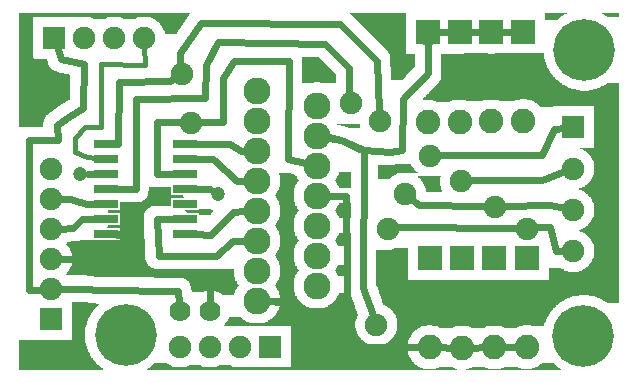
<source format=gtl>
G04 MADE WITH FRITZING*
G04 WWW.FRITZING.ORG*
G04 DOUBLE SIDED*
G04 HOLES PLATED*
G04 CONTOUR ON CENTER OF CONTOUR VECTOR*
%ASAXBY*%
%FSLAX23Y23*%
%MOIN*%
%OFA0B0*%
%SFA1.0B1.0*%
%ADD10C,0.075000*%
%ADD11C,0.090000*%
%ADD12C,0.082000*%
%ADD13C,0.070000*%
%ADD14C,0.205354*%
%ADD15C,0.047244*%
%ADD16R,0.075000X0.075000*%
%ADD17R,0.082000X0.082000*%
%ADD18R,0.080000X0.026000*%
%ADD19C,0.024000*%
%ADD20C,0.016000*%
%LNCOPPER1*%
G90*
G70*
G54D10*
X66Y970D03*
X1487Y1000D03*
G54D11*
X798Y936D03*
X998Y886D03*
X798Y836D03*
X998Y786D03*
X798Y736D03*
X998Y686D03*
X798Y636D03*
X998Y586D03*
X798Y536D03*
X998Y486D03*
X798Y436D03*
X998Y386D03*
X798Y336D03*
X998Y286D03*
X798Y236D03*
G54D10*
X1852Y814D03*
X1852Y676D03*
X1852Y539D03*
X1852Y401D03*
G54D12*
X1697Y378D03*
X1697Y80D03*
X1589Y378D03*
X1589Y80D03*
X1482Y377D03*
X1482Y79D03*
X1373Y378D03*
X1373Y80D03*
X1686Y1132D03*
X1686Y834D03*
X1579Y1132D03*
X1579Y834D03*
X1473Y1131D03*
X1473Y833D03*
X1367Y1129D03*
X1367Y831D03*
G54D10*
X841Y83D03*
X741Y83D03*
X641Y83D03*
X541Y83D03*
X122Y1112D03*
X222Y1112D03*
X322Y1112D03*
X422Y1112D03*
X112Y175D03*
X112Y275D03*
X112Y375D03*
X112Y475D03*
X112Y575D03*
X112Y675D03*
G54D13*
X641Y202D03*
X541Y202D03*
G54D14*
X1889Y1071D03*
X1886Y119D03*
X360Y121D03*
G54D10*
X1375Y719D03*
X1478Y634D03*
X1591Y547D03*
X1699Y475D03*
X1236Y476D03*
X1291Y593D03*
X1196Y156D03*
X1111Y894D03*
X1209Y836D03*
X579Y828D03*
X547Y993D03*
G54D15*
X667Y591D03*
X209Y657D03*
G54D16*
X1852Y814D03*
G54D17*
X1697Y379D03*
X1589Y379D03*
X1482Y378D03*
X1373Y379D03*
X1686Y1133D03*
X1579Y1133D03*
X1473Y1132D03*
X1367Y1130D03*
G54D16*
X841Y83D03*
X122Y1112D03*
X112Y175D03*
G54D18*
X557Y508D03*
X557Y558D03*
X557Y608D03*
X557Y658D03*
X557Y708D03*
X557Y758D03*
G54D19*
X1368Y994D02*
X1367Y1097D01*
D02*
X1282Y737D02*
X1286Y908D01*
D02*
X1241Y732D02*
X1282Y737D01*
D02*
X1286Y908D02*
X1368Y994D01*
D02*
X1154Y737D02*
X1241Y732D01*
D02*
X1077Y773D02*
X1154Y737D01*
D02*
X1038Y779D02*
X1077Y773D01*
D02*
X1399Y1130D02*
X1441Y1131D01*
D02*
X1505Y1131D02*
X1547Y1132D01*
D02*
X1611Y1132D02*
X1654Y1132D01*
D02*
X1621Y80D02*
X1665Y80D01*
D02*
X1514Y79D02*
X1557Y80D01*
D02*
X1405Y80D02*
X1450Y79D01*
D02*
X973Y80D02*
X1341Y80D01*
D02*
X877Y233D02*
X973Y80D01*
D02*
X839Y235D02*
X877Y233D01*
D02*
X976Y78D02*
X1100Y81D01*
D02*
X882Y236D02*
X976Y78D01*
D02*
X1100Y81D02*
X1094Y585D01*
D02*
X1094Y585D02*
X1039Y586D01*
D02*
X839Y236D02*
X882Y236D01*
D02*
X1748Y721D02*
X1399Y723D01*
D02*
X1788Y808D02*
X1748Y721D01*
D02*
X1824Y811D02*
X1788Y808D01*
D02*
X1748Y639D02*
X1502Y638D01*
D02*
X1825Y667D02*
X1748Y639D01*
D02*
X1774Y554D02*
X1615Y552D01*
D02*
X1824Y544D02*
X1774Y554D01*
D02*
X1774Y481D02*
X1723Y480D01*
D02*
X1794Y403D02*
X1774Y481D01*
D02*
X1824Y402D02*
X1794Y403D01*
D02*
X1260Y480D02*
X1666Y479D01*
D02*
X1339Y554D02*
X1309Y579D01*
D02*
X1558Y552D02*
X1339Y554D01*
D02*
X1151Y279D02*
X1156Y734D01*
D02*
X1079Y773D02*
X1038Y780D01*
D02*
X1156Y734D02*
X1079Y773D01*
D02*
X1183Y187D02*
X1151Y279D01*
D02*
X684Y833D02*
X604Y832D01*
D02*
X685Y979D02*
X684Y833D01*
D02*
X720Y1034D02*
X685Y979D01*
D02*
X905Y1034D02*
X720Y1034D01*
D02*
X902Y707D02*
X905Y1034D01*
D02*
X957Y695D02*
X902Y707D01*
D02*
X542Y1063D02*
X542Y1025D01*
D02*
X611Y1163D02*
X542Y1063D01*
D02*
X1076Y1159D02*
X611Y1163D01*
D02*
X1198Y1036D02*
X1076Y1159D01*
D02*
X1204Y869D02*
X1198Y1036D01*
D02*
X744Y734D02*
X756Y735D01*
D02*
X707Y759D02*
X744Y734D01*
D02*
X591Y758D02*
X707Y759D01*
D02*
X732Y636D02*
X756Y636D01*
D02*
X650Y707D02*
X732Y636D01*
D02*
X591Y708D02*
X650Y707D01*
D02*
X465Y831D02*
X546Y832D01*
D02*
X465Y658D02*
X465Y831D01*
D02*
X522Y658D02*
X465Y658D01*
D02*
X717Y533D02*
X756Y535D01*
D02*
X645Y456D02*
X717Y533D01*
D02*
X591Y457D02*
X645Y456D01*
D02*
X465Y507D02*
X522Y508D01*
D02*
X662Y385D02*
X470Y386D01*
D02*
X717Y435D02*
X662Y385D01*
D02*
X470Y386D02*
X465Y507D01*
D02*
X756Y435D02*
X717Y435D01*
D02*
X640Y608D02*
X642Y607D01*
D02*
X591Y608D02*
X640Y608D01*
D02*
X393Y608D02*
X330Y608D01*
D02*
X396Y907D02*
X393Y608D01*
D02*
X623Y910D02*
X396Y907D01*
D02*
X628Y1023D02*
X623Y910D01*
D02*
X667Y1097D02*
X628Y1023D01*
D02*
X1025Y1092D02*
X667Y1097D01*
D02*
X1104Y1013D02*
X1025Y1092D01*
D02*
X1106Y927D02*
X1104Y1013D01*
D02*
X639Y327D02*
X640Y228D01*
D02*
X394Y331D02*
X639Y327D01*
D02*
X391Y455D02*
X394Y331D01*
D02*
X330Y457D02*
X391Y455D01*
D02*
X274Y270D02*
X220Y275D01*
D02*
X220Y275D02*
X141Y275D01*
D02*
X534Y268D02*
X274Y270D01*
D02*
X538Y228D02*
X534Y268D01*
D02*
X396Y379D02*
X393Y453D01*
D02*
X393Y453D02*
X330Y456D01*
D02*
X141Y375D02*
X396Y379D01*
D02*
X186Y478D02*
X215Y507D01*
D02*
X215Y507D02*
X261Y508D01*
D02*
X141Y476D02*
X186Y478D01*
D02*
X173Y576D02*
X230Y558D01*
D02*
X230Y558D02*
X261Y558D01*
D02*
X141Y575D02*
X173Y576D01*
D02*
X131Y821D02*
X133Y771D01*
D02*
X220Y1024D02*
X217Y878D01*
D02*
X144Y1042D02*
X220Y1024D01*
D02*
X217Y878D02*
X174Y853D01*
D02*
X174Y853D02*
X131Y821D01*
D02*
X133Y771D02*
X37Y771D01*
D02*
X38Y270D02*
X84Y273D01*
D02*
X37Y771D02*
X38Y270D01*
D02*
X131Y1085D02*
X144Y1042D01*
D02*
X261Y658D02*
X236Y658D01*
G54D20*
D02*
X190Y778D02*
X224Y816D01*
D02*
X277Y816D02*
X279Y1024D01*
D02*
X224Y816D02*
X277Y816D01*
D02*
X424Y1021D02*
X422Y1089D01*
D02*
X279Y1024D02*
X424Y1021D01*
D02*
X190Y732D02*
X190Y778D01*
D02*
X232Y714D02*
X190Y732D01*
D02*
X261Y711D02*
X232Y714D01*
G54D19*
D02*
X334Y759D02*
X338Y964D01*
D02*
X338Y964D02*
X507Y967D01*
D02*
X507Y967D02*
X521Y978D01*
D02*
X330Y759D02*
X334Y759D01*
G36*
X4Y1196D02*
X4Y1182D01*
X438Y1182D01*
X438Y1180D01*
X444Y1180D01*
X444Y1178D01*
X450Y1178D01*
X450Y1176D01*
X454Y1176D01*
X454Y1174D01*
X458Y1174D01*
X458Y1172D01*
X460Y1172D01*
X460Y1170D01*
X462Y1170D01*
X462Y1168D01*
X466Y1168D01*
X466Y1166D01*
X468Y1166D01*
X468Y1164D01*
X470Y1164D01*
X470Y1162D01*
X472Y1162D01*
X472Y1160D01*
X474Y1160D01*
X474Y1158D01*
X476Y1158D01*
X476Y1156D01*
X478Y1156D01*
X478Y1152D01*
X480Y1152D01*
X480Y1150D01*
X482Y1150D01*
X482Y1146D01*
X484Y1146D01*
X484Y1142D01*
X486Y1142D01*
X486Y1138D01*
X488Y1138D01*
X488Y1134D01*
X490Y1134D01*
X490Y1126D01*
X530Y1126D01*
X530Y1128D01*
X532Y1128D01*
X532Y1132D01*
X534Y1132D01*
X534Y1134D01*
X536Y1134D01*
X536Y1138D01*
X538Y1138D01*
X538Y1140D01*
X540Y1140D01*
X540Y1144D01*
X542Y1144D01*
X542Y1146D01*
X544Y1146D01*
X544Y1150D01*
X546Y1150D01*
X546Y1152D01*
X548Y1152D01*
X548Y1154D01*
X550Y1154D01*
X550Y1158D01*
X552Y1158D01*
X552Y1160D01*
X554Y1160D01*
X554Y1164D01*
X556Y1164D01*
X556Y1166D01*
X558Y1166D01*
X558Y1170D01*
X560Y1170D01*
X560Y1172D01*
X562Y1172D01*
X562Y1176D01*
X564Y1176D01*
X564Y1178D01*
X566Y1178D01*
X566Y1182D01*
X568Y1182D01*
X568Y1184D01*
X570Y1184D01*
X570Y1186D01*
X572Y1186D01*
X572Y1190D01*
X574Y1190D01*
X574Y1192D01*
X576Y1192D01*
X576Y1194D01*
X578Y1194D01*
X578Y1196D01*
X4Y1196D01*
G37*
D02*
G36*
X4Y1182D02*
X4Y814D01*
X86Y814D01*
X86Y832D01*
X88Y832D01*
X88Y840D01*
X90Y840D01*
X90Y846D01*
X92Y846D01*
X92Y848D01*
X94Y848D01*
X94Y852D01*
X96Y852D01*
X96Y854D01*
X98Y854D01*
X98Y856D01*
X100Y856D01*
X100Y858D01*
X104Y858D01*
X104Y860D01*
X106Y860D01*
X106Y862D01*
X108Y862D01*
X108Y864D01*
X112Y864D01*
X112Y866D01*
X114Y866D01*
X114Y868D01*
X118Y868D01*
X118Y870D01*
X120Y870D01*
X120Y872D01*
X122Y872D01*
X122Y874D01*
X126Y874D01*
X126Y876D01*
X128Y876D01*
X128Y878D01*
X130Y878D01*
X130Y880D01*
X134Y880D01*
X134Y882D01*
X136Y882D01*
X136Y884D01*
X138Y884D01*
X138Y886D01*
X142Y886D01*
X142Y888D01*
X144Y888D01*
X144Y890D01*
X148Y890D01*
X148Y892D01*
X150Y892D01*
X150Y894D01*
X154Y894D01*
X154Y896D01*
X158Y896D01*
X158Y898D01*
X160Y898D01*
X160Y900D01*
X164Y900D01*
X164Y902D01*
X168Y902D01*
X168Y904D01*
X172Y904D01*
X172Y906D01*
X174Y906D01*
X174Y988D01*
X170Y988D01*
X170Y990D01*
X162Y990D01*
X162Y992D01*
X154Y992D01*
X154Y994D01*
X146Y994D01*
X146Y996D01*
X138Y996D01*
X138Y998D01*
X130Y998D01*
X130Y1000D01*
X124Y1000D01*
X124Y1002D01*
X120Y1002D01*
X120Y1004D01*
X116Y1004D01*
X116Y1006D01*
X114Y1006D01*
X114Y1008D01*
X112Y1008D01*
X112Y1010D01*
X110Y1010D01*
X110Y1012D01*
X108Y1012D01*
X108Y1014D01*
X106Y1014D01*
X106Y1018D01*
X104Y1018D01*
X104Y1022D01*
X102Y1022D01*
X102Y1028D01*
X100Y1028D01*
X100Y1034D01*
X98Y1034D01*
X98Y1040D01*
X96Y1040D01*
X96Y1042D01*
X54Y1042D01*
X54Y1044D01*
X52Y1044D01*
X52Y1182D01*
X4Y1182D01*
G37*
D02*
G36*
X238Y1182D02*
X238Y1180D01*
X244Y1180D01*
X244Y1178D01*
X250Y1178D01*
X250Y1176D01*
X294Y1176D01*
X294Y1178D01*
X298Y1178D01*
X298Y1180D01*
X306Y1180D01*
X306Y1182D01*
X238Y1182D01*
G37*
D02*
G36*
X338Y1182D02*
X338Y1180D01*
X344Y1180D01*
X344Y1178D01*
X350Y1178D01*
X350Y1176D01*
X394Y1176D01*
X394Y1178D01*
X398Y1178D01*
X398Y1180D01*
X406Y1180D01*
X406Y1182D01*
X338Y1182D01*
G37*
D02*
G36*
X1106Y1196D02*
X1106Y1194D01*
X1108Y1194D01*
X1108Y1192D01*
X1110Y1192D01*
X1110Y1190D01*
X1112Y1190D01*
X1112Y1188D01*
X1114Y1188D01*
X1114Y1186D01*
X1116Y1186D01*
X1116Y1184D01*
X1118Y1184D01*
X1118Y1182D01*
X1120Y1182D01*
X1120Y1180D01*
X1122Y1180D01*
X1122Y1178D01*
X1124Y1178D01*
X1124Y1176D01*
X1126Y1176D01*
X1126Y1174D01*
X1128Y1174D01*
X1128Y1172D01*
X1130Y1172D01*
X1130Y1170D01*
X1132Y1170D01*
X1132Y1168D01*
X1134Y1168D01*
X1134Y1166D01*
X1136Y1166D01*
X1136Y1164D01*
X1138Y1164D01*
X1138Y1162D01*
X1140Y1162D01*
X1140Y1160D01*
X1142Y1160D01*
X1142Y1158D01*
X1144Y1158D01*
X1144Y1156D01*
X1146Y1156D01*
X1146Y1154D01*
X1148Y1154D01*
X1148Y1152D01*
X1150Y1152D01*
X1150Y1150D01*
X1152Y1150D01*
X1152Y1148D01*
X1154Y1148D01*
X1154Y1146D01*
X1156Y1146D01*
X1156Y1144D01*
X1158Y1144D01*
X1158Y1142D01*
X1160Y1142D01*
X1160Y1140D01*
X1162Y1140D01*
X1162Y1138D01*
X1164Y1138D01*
X1164Y1136D01*
X1166Y1136D01*
X1166Y1134D01*
X1168Y1134D01*
X1168Y1132D01*
X1170Y1132D01*
X1170Y1130D01*
X1172Y1130D01*
X1172Y1128D01*
X1174Y1128D01*
X1174Y1126D01*
X1176Y1126D01*
X1176Y1124D01*
X1178Y1124D01*
X1178Y1122D01*
X1180Y1122D01*
X1180Y1120D01*
X1182Y1120D01*
X1182Y1118D01*
X1184Y1118D01*
X1184Y1116D01*
X1186Y1116D01*
X1186Y1114D01*
X1188Y1114D01*
X1188Y1112D01*
X1190Y1112D01*
X1190Y1110D01*
X1192Y1110D01*
X1192Y1108D01*
X1194Y1108D01*
X1194Y1106D01*
X1196Y1106D01*
X1196Y1104D01*
X1198Y1104D01*
X1198Y1102D01*
X1200Y1102D01*
X1200Y1100D01*
X1202Y1100D01*
X1202Y1098D01*
X1204Y1098D01*
X1204Y1096D01*
X1206Y1096D01*
X1206Y1094D01*
X1208Y1094D01*
X1208Y1092D01*
X1210Y1092D01*
X1210Y1090D01*
X1212Y1090D01*
X1212Y1088D01*
X1214Y1088D01*
X1214Y1086D01*
X1216Y1086D01*
X1216Y1084D01*
X1218Y1084D01*
X1218Y1082D01*
X1220Y1082D01*
X1220Y1080D01*
X1222Y1080D01*
X1222Y1078D01*
X1224Y1078D01*
X1224Y1076D01*
X1226Y1076D01*
X1226Y1074D01*
X1228Y1074D01*
X1228Y1072D01*
X1230Y1072D01*
X1230Y1070D01*
X1232Y1070D01*
X1232Y1068D01*
X1234Y1068D01*
X1234Y1066D01*
X1236Y1066D01*
X1236Y1062D01*
X1238Y1062D01*
X1238Y1058D01*
X1240Y1058D01*
X1240Y1052D01*
X1242Y1052D01*
X1242Y1016D01*
X1244Y1016D01*
X1244Y972D01*
X1284Y972D01*
X1284Y974D01*
X1286Y974D01*
X1286Y976D01*
X1288Y976D01*
X1288Y978D01*
X1290Y978D01*
X1290Y980D01*
X1292Y980D01*
X1292Y982D01*
X1294Y982D01*
X1294Y984D01*
X1296Y984D01*
X1296Y988D01*
X1298Y988D01*
X1298Y990D01*
X1300Y990D01*
X1300Y992D01*
X1302Y992D01*
X1302Y994D01*
X1304Y994D01*
X1304Y996D01*
X1306Y996D01*
X1306Y998D01*
X1308Y998D01*
X1308Y1000D01*
X1310Y1000D01*
X1310Y1002D01*
X1312Y1002D01*
X1312Y1004D01*
X1314Y1004D01*
X1314Y1006D01*
X1316Y1006D01*
X1316Y1008D01*
X1318Y1008D01*
X1318Y1010D01*
X1320Y1010D01*
X1320Y1012D01*
X1322Y1012D01*
X1322Y1014D01*
X1324Y1014D01*
X1324Y1058D01*
X1294Y1058D01*
X1294Y1196D01*
X1106Y1196D01*
G37*
D02*
G36*
X1758Y1196D02*
X1758Y1170D01*
X1798Y1170D01*
X1798Y1172D01*
X1800Y1172D01*
X1800Y1174D01*
X1802Y1174D01*
X1802Y1176D01*
X1804Y1176D01*
X1804Y1178D01*
X1808Y1178D01*
X1808Y1180D01*
X1810Y1180D01*
X1810Y1182D01*
X1812Y1182D01*
X1812Y1184D01*
X1816Y1184D01*
X1816Y1186D01*
X1818Y1186D01*
X1818Y1188D01*
X1822Y1188D01*
X1822Y1190D01*
X1826Y1190D01*
X1826Y1192D01*
X1830Y1192D01*
X1830Y1194D01*
X1834Y1194D01*
X1834Y1196D01*
X1758Y1196D01*
G37*
D02*
G36*
X1944Y1196D02*
X1944Y1194D01*
X1948Y1194D01*
X1948Y1192D01*
X1952Y1192D01*
X1952Y1190D01*
X1956Y1190D01*
X1956Y1188D01*
X1958Y1188D01*
X1958Y1186D01*
X1962Y1186D01*
X1962Y1184D01*
X1964Y1184D01*
X1964Y1182D01*
X2006Y1182D01*
X2006Y1196D01*
X1944Y1196D01*
G37*
D02*
G36*
X948Y1048D02*
X948Y964D01*
X1008Y964D01*
X1008Y962D01*
X1020Y962D01*
X1020Y960D01*
X1062Y960D01*
X1062Y968D01*
X1060Y968D01*
X1060Y992D01*
X1058Y992D01*
X1058Y994D01*
X1056Y994D01*
X1056Y996D01*
X1054Y996D01*
X1054Y998D01*
X1052Y998D01*
X1052Y1000D01*
X1050Y1000D01*
X1050Y1002D01*
X1048Y1002D01*
X1048Y1004D01*
X1046Y1004D01*
X1046Y1006D01*
X1044Y1006D01*
X1044Y1008D01*
X1042Y1008D01*
X1042Y1010D01*
X1040Y1010D01*
X1040Y1012D01*
X1038Y1012D01*
X1038Y1014D01*
X1036Y1014D01*
X1036Y1016D01*
X1034Y1016D01*
X1034Y1018D01*
X1032Y1018D01*
X1032Y1020D01*
X1030Y1020D01*
X1030Y1022D01*
X1028Y1022D01*
X1028Y1024D01*
X1026Y1024D01*
X1026Y1026D01*
X1024Y1026D01*
X1024Y1028D01*
X1022Y1028D01*
X1022Y1030D01*
X1020Y1030D01*
X1020Y1032D01*
X1018Y1032D01*
X1018Y1034D01*
X1016Y1034D01*
X1016Y1036D01*
X1014Y1036D01*
X1014Y1038D01*
X1012Y1038D01*
X1012Y1040D01*
X1010Y1040D01*
X1010Y1042D01*
X1008Y1042D01*
X1008Y1044D01*
X1006Y1044D01*
X1006Y1046D01*
X1004Y1046D01*
X1004Y1048D01*
X948Y1048D01*
G37*
D02*
G36*
X948Y964D02*
X948Y962D01*
X988Y962D01*
X988Y964D01*
X948Y964D01*
G37*
D02*
G36*
X1066Y824D02*
X1066Y822D01*
X1068Y822D01*
X1068Y820D01*
X1078Y820D01*
X1078Y818D01*
X1090Y818D01*
X1090Y816D01*
X1098Y816D01*
X1098Y814D01*
X1102Y814D01*
X1102Y812D01*
X1142Y812D01*
X1142Y816D01*
X1140Y816D01*
X1140Y824D01*
X1066Y824D01*
G37*
D02*
G36*
X1258Y690D02*
X1258Y688D01*
X1200Y688D01*
X1200Y640D01*
X1240Y640D01*
X1240Y642D01*
X1242Y642D01*
X1242Y644D01*
X1244Y644D01*
X1244Y646D01*
X1246Y646D01*
X1246Y648D01*
X1248Y648D01*
X1248Y650D01*
X1252Y650D01*
X1252Y652D01*
X1254Y652D01*
X1254Y654D01*
X1258Y654D01*
X1258Y656D01*
X1262Y656D01*
X1262Y658D01*
X1266Y658D01*
X1266Y660D01*
X1272Y660D01*
X1272Y662D01*
X1334Y662D01*
X1334Y664D01*
X1330Y664D01*
X1330Y666D01*
X1328Y666D01*
X1328Y668D01*
X1326Y668D01*
X1326Y670D01*
X1324Y670D01*
X1324Y672D01*
X1322Y672D01*
X1322Y674D01*
X1320Y674D01*
X1320Y678D01*
X1318Y678D01*
X1318Y680D01*
X1316Y680D01*
X1316Y682D01*
X1314Y682D01*
X1314Y686D01*
X1312Y686D01*
X1312Y690D01*
X1258Y690D01*
G37*
D02*
G36*
X1072Y666D02*
X1072Y660D01*
X1070Y660D01*
X1070Y656D01*
X1068Y656D01*
X1068Y652D01*
X1066Y652D01*
X1066Y648D01*
X1064Y648D01*
X1064Y644D01*
X1062Y644D01*
X1062Y642D01*
X1060Y642D01*
X1060Y638D01*
X1058Y638D01*
X1058Y634D01*
X1060Y634D01*
X1060Y630D01*
X1062Y630D01*
X1062Y628D01*
X1064Y628D01*
X1064Y624D01*
X1066Y624D01*
X1066Y622D01*
X1068Y622D01*
X1068Y618D01*
X1070Y618D01*
X1070Y612D01*
X1110Y612D01*
X1110Y614D01*
X1112Y614D01*
X1112Y666D01*
X1072Y666D01*
G37*
D02*
G36*
X1334Y650D02*
X1334Y648D01*
X1336Y648D01*
X1336Y646D01*
X1338Y646D01*
X1338Y644D01*
X1340Y644D01*
X1340Y642D01*
X1342Y642D01*
X1342Y640D01*
X1344Y640D01*
X1344Y638D01*
X1346Y638D01*
X1346Y636D01*
X1348Y636D01*
X1348Y632D01*
X1350Y632D01*
X1350Y630D01*
X1352Y630D01*
X1352Y626D01*
X1354Y626D01*
X1354Y622D01*
X1356Y622D01*
X1356Y618D01*
X1358Y618D01*
X1358Y612D01*
X1360Y612D01*
X1360Y598D01*
X1416Y598D01*
X1416Y602D01*
X1414Y602D01*
X1414Y606D01*
X1412Y606D01*
X1412Y612D01*
X1410Y612D01*
X1410Y618D01*
X1408Y618D01*
X1408Y648D01*
X1410Y648D01*
X1410Y650D01*
X1334Y650D01*
G37*
D02*
G36*
X438Y614D02*
X438Y600D01*
X436Y600D01*
X436Y590D01*
X434Y590D01*
X434Y584D01*
X432Y584D01*
X432Y582D01*
X430Y582D01*
X430Y578D01*
X428Y578D01*
X428Y576D01*
X426Y576D01*
X426Y574D01*
X424Y574D01*
X424Y572D01*
X422Y572D01*
X422Y570D01*
X418Y570D01*
X418Y568D01*
X414Y568D01*
X414Y566D01*
X406Y566D01*
X406Y564D01*
X342Y564D01*
X342Y538D01*
X302Y538D01*
X302Y534D01*
X300Y534D01*
X300Y532D01*
X302Y532D01*
X302Y528D01*
X342Y528D01*
X342Y488D01*
X302Y488D01*
X302Y484D01*
X300Y484D01*
X300Y480D01*
X298Y480D01*
X298Y478D01*
X342Y478D01*
X342Y438D01*
X208Y438D01*
X208Y436D01*
X202Y436D01*
X202Y434D01*
X178Y434D01*
X178Y432D01*
X166Y432D01*
X166Y430D01*
X164Y430D01*
X164Y426D01*
X162Y426D01*
X162Y422D01*
X164Y422D01*
X164Y420D01*
X166Y420D01*
X166Y418D01*
X168Y418D01*
X168Y416D01*
X170Y416D01*
X170Y412D01*
X172Y412D01*
X172Y410D01*
X174Y410D01*
X174Y406D01*
X176Y406D01*
X176Y402D01*
X178Y402D01*
X178Y396D01*
X180Y396D01*
X180Y388D01*
X182Y388D01*
X182Y362D01*
X180Y362D01*
X180Y352D01*
X178Y352D01*
X178Y348D01*
X176Y348D01*
X176Y344D01*
X174Y344D01*
X174Y340D01*
X610Y340D01*
X610Y342D01*
X456Y342D01*
X456Y344D01*
X448Y344D01*
X448Y346D01*
X444Y346D01*
X444Y348D01*
X442Y348D01*
X442Y350D01*
X438Y350D01*
X438Y352D01*
X436Y352D01*
X436Y354D01*
X434Y354D01*
X434Y358D01*
X432Y358D01*
X432Y360D01*
X430Y360D01*
X430Y364D01*
X428Y364D01*
X428Y370D01*
X426Y370D01*
X426Y394D01*
X424Y394D01*
X424Y442D01*
X422Y442D01*
X422Y492D01*
X420Y492D01*
X420Y520D01*
X422Y520D01*
X422Y528D01*
X424Y528D01*
X424Y532D01*
X426Y532D01*
X426Y534D01*
X428Y534D01*
X428Y538D01*
X430Y538D01*
X430Y540D01*
X432Y540D01*
X432Y542D01*
X434Y542D01*
X434Y544D01*
X438Y544D01*
X438Y546D01*
X440Y546D01*
X440Y548D01*
X444Y548D01*
X444Y550D01*
X454Y550D01*
X454Y552D01*
X510Y552D01*
X510Y578D01*
X554Y578D01*
X554Y580D01*
X552Y580D01*
X552Y584D01*
X550Y584D01*
X550Y588D01*
X510Y588D01*
X510Y614D01*
X438Y614D01*
G37*
D02*
G36*
X674Y342D02*
X674Y340D01*
X720Y340D01*
X720Y342D01*
X674Y342D01*
G37*
D02*
G36*
X172Y340D02*
X172Y338D01*
X720Y338D01*
X720Y340D01*
X172Y340D01*
G37*
D02*
G36*
X172Y340D02*
X172Y338D01*
X720Y338D01*
X720Y340D01*
X172Y340D01*
G37*
D02*
G36*
X172Y338D02*
X172Y336D01*
X170Y336D01*
X170Y334D01*
X168Y334D01*
X168Y332D01*
X166Y332D01*
X166Y330D01*
X164Y330D01*
X164Y326D01*
X162Y326D01*
X162Y322D01*
X164Y322D01*
X164Y320D01*
X230Y320D01*
X230Y318D01*
X254Y318D01*
X254Y316D01*
X276Y316D01*
X276Y314D01*
X454Y314D01*
X454Y312D01*
X552Y312D01*
X552Y310D01*
X556Y310D01*
X556Y308D01*
X560Y308D01*
X560Y306D01*
X564Y306D01*
X564Y304D01*
X566Y304D01*
X566Y302D01*
X568Y302D01*
X568Y300D01*
X570Y300D01*
X570Y298D01*
X572Y298D01*
X572Y294D01*
X574Y294D01*
X574Y290D01*
X576Y290D01*
X576Y286D01*
X578Y286D01*
X578Y272D01*
X580Y272D01*
X580Y268D01*
X660Y268D01*
X660Y266D01*
X666Y266D01*
X666Y264D01*
X670Y264D01*
X670Y262D01*
X674Y262D01*
X674Y260D01*
X678Y260D01*
X678Y258D01*
X680Y258D01*
X680Y256D01*
X682Y256D01*
X682Y254D01*
X722Y254D01*
X722Y260D01*
X724Y260D01*
X724Y264D01*
X726Y264D01*
X726Y270D01*
X728Y270D01*
X728Y274D01*
X730Y274D01*
X730Y276D01*
X732Y276D01*
X732Y280D01*
X734Y280D01*
X734Y282D01*
X736Y282D01*
X736Y284D01*
X738Y284D01*
X738Y288D01*
X736Y288D01*
X736Y290D01*
X734Y290D01*
X734Y292D01*
X732Y292D01*
X732Y296D01*
X730Y296D01*
X730Y300D01*
X728Y300D01*
X728Y302D01*
X726Y302D01*
X726Y308D01*
X724Y308D01*
X724Y314D01*
X722Y314D01*
X722Y322D01*
X720Y322D01*
X720Y338D01*
X172Y338D01*
G37*
D02*
G36*
X580Y268D02*
X580Y266D01*
X622Y266D01*
X622Y268D01*
X580Y268D01*
G37*
D02*
G36*
X1070Y560D02*
X1070Y556D01*
X1068Y556D01*
X1068Y552D01*
X1066Y552D01*
X1066Y548D01*
X1064Y548D01*
X1064Y544D01*
X1062Y544D01*
X1062Y542D01*
X1060Y542D01*
X1060Y538D01*
X1058Y538D01*
X1058Y534D01*
X1060Y534D01*
X1060Y530D01*
X1062Y530D01*
X1062Y528D01*
X1064Y528D01*
X1064Y524D01*
X1066Y524D01*
X1066Y522D01*
X1068Y522D01*
X1068Y518D01*
X1070Y518D01*
X1070Y512D01*
X1110Y512D01*
X1110Y560D01*
X1070Y560D01*
G37*
D02*
G36*
X604Y540D02*
X604Y538D01*
X558Y538D01*
X558Y536D01*
X560Y536D01*
X560Y534D01*
X562Y534D01*
X562Y530D01*
X564Y530D01*
X564Y528D01*
X604Y528D01*
X604Y522D01*
X644Y522D01*
X644Y526D01*
X646Y526D01*
X646Y528D01*
X648Y528D01*
X648Y530D01*
X650Y530D01*
X650Y532D01*
X652Y532D01*
X652Y534D01*
X654Y534D01*
X654Y536D01*
X650Y536D01*
X650Y538D01*
X644Y538D01*
X644Y540D01*
X604Y540D01*
G37*
D02*
G36*
X1070Y460D02*
X1070Y456D01*
X1068Y456D01*
X1068Y452D01*
X1066Y452D01*
X1066Y448D01*
X1064Y448D01*
X1064Y444D01*
X1062Y444D01*
X1062Y442D01*
X1060Y442D01*
X1060Y438D01*
X1058Y438D01*
X1058Y434D01*
X1060Y434D01*
X1060Y430D01*
X1062Y430D01*
X1062Y428D01*
X1064Y428D01*
X1064Y424D01*
X1066Y424D01*
X1066Y422D01*
X1068Y422D01*
X1068Y418D01*
X1108Y418D01*
X1108Y436D01*
X1110Y436D01*
X1110Y460D01*
X1070Y460D01*
G37*
D02*
G36*
X1068Y356D02*
X1068Y352D01*
X1066Y352D01*
X1066Y348D01*
X1064Y348D01*
X1064Y344D01*
X1062Y344D01*
X1062Y342D01*
X1060Y342D01*
X1060Y338D01*
X1058Y338D01*
X1058Y334D01*
X1060Y334D01*
X1060Y330D01*
X1062Y330D01*
X1062Y328D01*
X1064Y328D01*
X1064Y324D01*
X1066Y324D01*
X1066Y322D01*
X1068Y322D01*
X1068Y318D01*
X1108Y318D01*
X1108Y356D01*
X1068Y356D01*
G37*
D02*
G36*
X182Y230D02*
X182Y106D01*
X4Y106D01*
X4Y4D01*
X290Y4D01*
X290Y6D01*
X286Y6D01*
X286Y8D01*
X284Y8D01*
X284Y10D01*
X282Y10D01*
X282Y12D01*
X278Y12D01*
X278Y14D01*
X276Y14D01*
X276Y16D01*
X274Y16D01*
X274Y18D01*
X272Y18D01*
X272Y20D01*
X270Y20D01*
X270Y22D01*
X266Y22D01*
X266Y24D01*
X264Y24D01*
X264Y26D01*
X262Y26D01*
X262Y28D01*
X260Y28D01*
X260Y32D01*
X258Y32D01*
X258Y34D01*
X256Y34D01*
X256Y36D01*
X254Y36D01*
X254Y38D01*
X252Y38D01*
X252Y40D01*
X250Y40D01*
X250Y44D01*
X248Y44D01*
X248Y46D01*
X246Y46D01*
X246Y50D01*
X244Y50D01*
X244Y52D01*
X242Y52D01*
X242Y56D01*
X240Y56D01*
X240Y60D01*
X238Y60D01*
X238Y64D01*
X236Y64D01*
X236Y68D01*
X234Y68D01*
X234Y74D01*
X232Y74D01*
X232Y78D01*
X230Y78D01*
X230Y86D01*
X228Y86D01*
X228Y94D01*
X226Y94D01*
X226Y148D01*
X228Y148D01*
X228Y156D01*
X230Y156D01*
X230Y162D01*
X232Y162D01*
X232Y168D01*
X234Y168D01*
X234Y174D01*
X236Y174D01*
X236Y178D01*
X238Y178D01*
X238Y182D01*
X240Y182D01*
X240Y186D01*
X242Y186D01*
X242Y188D01*
X244Y188D01*
X244Y192D01*
X246Y192D01*
X246Y196D01*
X248Y196D01*
X248Y198D01*
X250Y198D01*
X250Y200D01*
X252Y200D01*
X252Y204D01*
X254Y204D01*
X254Y206D01*
X256Y206D01*
X256Y208D01*
X258Y208D01*
X258Y210D01*
X260Y210D01*
X260Y212D01*
X262Y212D01*
X262Y214D01*
X264Y214D01*
X264Y216D01*
X266Y216D01*
X266Y218D01*
X268Y218D01*
X268Y220D01*
X270Y220D01*
X270Y222D01*
X272Y222D01*
X272Y224D01*
X274Y224D01*
X274Y226D01*
X260Y226D01*
X260Y228D01*
X236Y228D01*
X236Y230D01*
X182Y230D01*
G37*
D02*
G36*
X1488Y1060D02*
X1488Y1058D01*
X1568Y1058D01*
X1568Y1060D01*
X1488Y1060D01*
G37*
D02*
G36*
X1590Y1060D02*
X1590Y1058D01*
X1754Y1058D01*
X1754Y1060D01*
X1590Y1060D01*
G37*
D02*
G36*
X1412Y1058D02*
X1412Y1056D01*
X1754Y1056D01*
X1754Y1058D01*
X1412Y1058D01*
G37*
D02*
G36*
X1412Y1058D02*
X1412Y1056D01*
X1754Y1056D01*
X1754Y1058D01*
X1412Y1058D01*
G37*
D02*
G36*
X1412Y1056D02*
X1412Y978D01*
X1410Y978D01*
X1410Y972D01*
X1408Y972D01*
X1408Y968D01*
X1406Y968D01*
X1406Y966D01*
X1404Y966D01*
X1404Y962D01*
X1402Y962D01*
X1402Y960D01*
X1400Y960D01*
X1400Y958D01*
X1398Y958D01*
X1398Y956D01*
X1396Y956D01*
X1396Y954D01*
X1394Y954D01*
X1394Y952D01*
X1392Y952D01*
X1392Y950D01*
X1390Y950D01*
X1390Y948D01*
X1388Y948D01*
X1388Y946D01*
X1386Y946D01*
X1386Y944D01*
X1384Y944D01*
X1384Y942D01*
X1382Y942D01*
X1382Y940D01*
X1380Y940D01*
X1380Y938D01*
X1378Y938D01*
X1378Y936D01*
X1874Y936D01*
X1874Y938D01*
X1860Y938D01*
X1860Y940D01*
X1852Y940D01*
X1852Y942D01*
X1846Y942D01*
X1846Y944D01*
X1840Y944D01*
X1840Y946D01*
X1836Y946D01*
X1836Y948D01*
X1830Y948D01*
X1830Y950D01*
X1826Y950D01*
X1826Y952D01*
X1824Y952D01*
X1824Y954D01*
X1820Y954D01*
X1820Y956D01*
X1816Y956D01*
X1816Y958D01*
X1814Y958D01*
X1814Y960D01*
X1810Y960D01*
X1810Y962D01*
X1808Y962D01*
X1808Y964D01*
X1806Y964D01*
X1806Y966D01*
X1804Y966D01*
X1804Y968D01*
X1800Y968D01*
X1800Y970D01*
X1798Y970D01*
X1798Y972D01*
X1796Y972D01*
X1796Y974D01*
X1794Y974D01*
X1794Y976D01*
X1792Y976D01*
X1792Y978D01*
X1790Y978D01*
X1790Y980D01*
X1788Y980D01*
X1788Y982D01*
X1786Y982D01*
X1786Y986D01*
X1784Y986D01*
X1784Y988D01*
X1782Y988D01*
X1782Y990D01*
X1780Y990D01*
X1780Y992D01*
X1778Y992D01*
X1778Y996D01*
X1776Y996D01*
X1776Y998D01*
X1774Y998D01*
X1774Y1002D01*
X1772Y1002D01*
X1772Y1004D01*
X1770Y1004D01*
X1770Y1008D01*
X1768Y1008D01*
X1768Y1012D01*
X1766Y1012D01*
X1766Y1016D01*
X1764Y1016D01*
X1764Y1022D01*
X1762Y1022D01*
X1762Y1026D01*
X1760Y1026D01*
X1760Y1032D01*
X1758Y1032D01*
X1758Y1040D01*
X1756Y1040D01*
X1756Y1050D01*
X1754Y1050D01*
X1754Y1056D01*
X1412Y1056D01*
G37*
D02*
G36*
X1966Y962D02*
X1966Y960D01*
X1964Y960D01*
X1964Y958D01*
X1960Y958D01*
X1960Y956D01*
X1958Y956D01*
X1958Y954D01*
X1954Y954D01*
X1954Y952D01*
X1950Y952D01*
X1950Y950D01*
X1946Y950D01*
X1946Y948D01*
X1942Y948D01*
X1942Y946D01*
X1938Y946D01*
X1938Y944D01*
X1932Y944D01*
X1932Y942D01*
X1926Y942D01*
X1926Y940D01*
X1918Y940D01*
X1918Y938D01*
X1904Y938D01*
X1904Y936D01*
X2006Y936D01*
X2006Y962D01*
X1966Y962D01*
G37*
D02*
G36*
X1376Y936D02*
X1376Y934D01*
X2006Y934D01*
X2006Y936D01*
X1376Y936D01*
G37*
D02*
G36*
X1376Y936D02*
X1376Y934D01*
X2006Y934D01*
X2006Y936D01*
X1376Y936D01*
G37*
D02*
G36*
X1374Y934D02*
X1374Y930D01*
X1372Y930D01*
X1372Y928D01*
X1370Y928D01*
X1370Y926D01*
X1368Y926D01*
X1368Y924D01*
X1366Y924D01*
X1366Y922D01*
X1364Y922D01*
X1364Y920D01*
X1362Y920D01*
X1362Y918D01*
X1360Y918D01*
X1360Y916D01*
X1358Y916D01*
X1358Y914D01*
X1356Y914D01*
X1356Y912D01*
X1354Y912D01*
X1354Y910D01*
X1352Y910D01*
X1352Y908D01*
X1698Y908D01*
X1698Y906D01*
X1708Y906D01*
X1708Y904D01*
X1714Y904D01*
X1714Y902D01*
X1718Y902D01*
X1718Y900D01*
X1722Y900D01*
X1722Y898D01*
X1724Y898D01*
X1724Y896D01*
X1728Y896D01*
X1728Y894D01*
X1730Y894D01*
X1730Y892D01*
X1732Y892D01*
X1732Y890D01*
X1734Y890D01*
X1734Y888D01*
X1738Y888D01*
X1738Y884D01*
X1922Y884D01*
X1922Y744D01*
X1876Y744D01*
X1876Y742D01*
X1880Y742D01*
X1880Y740D01*
X1884Y740D01*
X1884Y738D01*
X1888Y738D01*
X1888Y736D01*
X1890Y736D01*
X1890Y734D01*
X1894Y734D01*
X1894Y732D01*
X1896Y732D01*
X1896Y730D01*
X1898Y730D01*
X1898Y728D01*
X1900Y728D01*
X1900Y726D01*
X1902Y726D01*
X1902Y724D01*
X1904Y724D01*
X1904Y722D01*
X1906Y722D01*
X1906Y720D01*
X1908Y720D01*
X1908Y718D01*
X1910Y718D01*
X1910Y714D01*
X1912Y714D01*
X1912Y712D01*
X1914Y712D01*
X1914Y708D01*
X1916Y708D01*
X1916Y704D01*
X1918Y704D01*
X1918Y700D01*
X1920Y700D01*
X1920Y692D01*
X1922Y692D01*
X1922Y660D01*
X1920Y660D01*
X1920Y654D01*
X1918Y654D01*
X1918Y648D01*
X1916Y648D01*
X1916Y644D01*
X1914Y644D01*
X1914Y642D01*
X1912Y642D01*
X1912Y638D01*
X1910Y638D01*
X1910Y636D01*
X1908Y636D01*
X1908Y632D01*
X1906Y632D01*
X1906Y630D01*
X1904Y630D01*
X1904Y628D01*
X1902Y628D01*
X1902Y626D01*
X1900Y626D01*
X1900Y624D01*
X1898Y624D01*
X1898Y622D01*
X1896Y622D01*
X1896Y620D01*
X1892Y620D01*
X1892Y618D01*
X1890Y618D01*
X1890Y616D01*
X1886Y616D01*
X1886Y614D01*
X1882Y614D01*
X1882Y612D01*
X1878Y612D01*
X1878Y610D01*
X1872Y610D01*
X1872Y608D01*
X1870Y608D01*
X1870Y606D01*
X1876Y606D01*
X1876Y604D01*
X1880Y604D01*
X1880Y602D01*
X1884Y602D01*
X1884Y600D01*
X1888Y600D01*
X1888Y598D01*
X1892Y598D01*
X1892Y596D01*
X1894Y596D01*
X1894Y594D01*
X1896Y594D01*
X1896Y592D01*
X1898Y592D01*
X1898Y590D01*
X1900Y590D01*
X1900Y588D01*
X1902Y588D01*
X1902Y586D01*
X1904Y586D01*
X1904Y584D01*
X1906Y584D01*
X1906Y582D01*
X1908Y582D01*
X1908Y580D01*
X1910Y580D01*
X1910Y576D01*
X1912Y576D01*
X1912Y574D01*
X1914Y574D01*
X1914Y570D01*
X1916Y570D01*
X1916Y566D01*
X1918Y566D01*
X1918Y562D01*
X1920Y562D01*
X1920Y554D01*
X1922Y554D01*
X1922Y522D01*
X1920Y522D01*
X1920Y516D01*
X1918Y516D01*
X1918Y510D01*
X1916Y510D01*
X1916Y506D01*
X1914Y506D01*
X1914Y504D01*
X1912Y504D01*
X1912Y500D01*
X1910Y500D01*
X1910Y498D01*
X1908Y498D01*
X1908Y496D01*
X1906Y496D01*
X1906Y492D01*
X1904Y492D01*
X1904Y490D01*
X1902Y490D01*
X1902Y488D01*
X1900Y488D01*
X1900Y486D01*
X1898Y486D01*
X1898Y484D01*
X1894Y484D01*
X1894Y482D01*
X1892Y482D01*
X1892Y480D01*
X1890Y480D01*
X1890Y478D01*
X1886Y478D01*
X1886Y476D01*
X1882Y476D01*
X1882Y474D01*
X1878Y474D01*
X1878Y472D01*
X1872Y472D01*
X1872Y470D01*
X1870Y470D01*
X1870Y468D01*
X1876Y468D01*
X1876Y466D01*
X1882Y466D01*
X1882Y464D01*
X1884Y464D01*
X1884Y462D01*
X1888Y462D01*
X1888Y460D01*
X1892Y460D01*
X1892Y458D01*
X1894Y458D01*
X1894Y456D01*
X1896Y456D01*
X1896Y454D01*
X1898Y454D01*
X1898Y452D01*
X1900Y452D01*
X1900Y450D01*
X1902Y450D01*
X1902Y448D01*
X1904Y448D01*
X1904Y446D01*
X1906Y446D01*
X1906Y444D01*
X1908Y444D01*
X1908Y442D01*
X1910Y442D01*
X1910Y440D01*
X1912Y440D01*
X1912Y436D01*
X1914Y436D01*
X1914Y432D01*
X1916Y432D01*
X1916Y428D01*
X1918Y428D01*
X1918Y424D01*
X1920Y424D01*
X1920Y416D01*
X1922Y416D01*
X1922Y386D01*
X1920Y386D01*
X1920Y378D01*
X1918Y378D01*
X1918Y374D01*
X1916Y374D01*
X1916Y370D01*
X1914Y370D01*
X1914Y366D01*
X1912Y366D01*
X1912Y362D01*
X1910Y362D01*
X1910Y360D01*
X1908Y360D01*
X1908Y358D01*
X1906Y358D01*
X1906Y354D01*
X1904Y354D01*
X1904Y352D01*
X1902Y352D01*
X1902Y350D01*
X1900Y350D01*
X1900Y348D01*
X1896Y348D01*
X1896Y346D01*
X1894Y346D01*
X1894Y344D01*
X1892Y344D01*
X1892Y342D01*
X1888Y342D01*
X1888Y340D01*
X1886Y340D01*
X1886Y338D01*
X1882Y338D01*
X1882Y336D01*
X1878Y336D01*
X1878Y334D01*
X1872Y334D01*
X1872Y332D01*
X2006Y332D01*
X2006Y934D01*
X1374Y934D01*
G37*
D02*
G36*
X1350Y908D02*
X1350Y906D01*
X1600Y906D01*
X1600Y904D01*
X1606Y904D01*
X1606Y902D01*
X1610Y902D01*
X1610Y900D01*
X1654Y900D01*
X1654Y902D01*
X1658Y902D01*
X1658Y904D01*
X1664Y904D01*
X1664Y906D01*
X1674Y906D01*
X1674Y908D01*
X1350Y908D01*
G37*
D02*
G36*
X1348Y906D02*
X1348Y904D01*
X1384Y904D01*
X1384Y902D01*
X1390Y902D01*
X1390Y900D01*
X1396Y900D01*
X1396Y898D01*
X1440Y898D01*
X1440Y900D01*
X1444Y900D01*
X1444Y902D01*
X1448Y902D01*
X1448Y904D01*
X1456Y904D01*
X1456Y906D01*
X1348Y906D01*
G37*
D02*
G36*
X1490Y906D02*
X1490Y904D01*
X1496Y904D01*
X1496Y902D01*
X1502Y902D01*
X1502Y900D01*
X1548Y900D01*
X1548Y902D01*
X1552Y902D01*
X1552Y904D01*
X1558Y904D01*
X1558Y906D01*
X1490Y906D01*
G37*
D02*
G36*
X1740Y884D02*
X1740Y882D01*
X1742Y882D01*
X1742Y880D01*
X1782Y880D01*
X1782Y882D01*
X1784Y882D01*
X1784Y884D01*
X1740Y884D01*
G37*
D02*
G36*
X872Y660D02*
X872Y656D01*
X874Y656D01*
X874Y616D01*
X872Y616D01*
X872Y610D01*
X870Y610D01*
X870Y606D01*
X868Y606D01*
X868Y602D01*
X866Y602D01*
X866Y598D01*
X864Y598D01*
X864Y594D01*
X862Y594D01*
X862Y592D01*
X860Y592D01*
X860Y588D01*
X858Y588D01*
X858Y584D01*
X860Y584D01*
X860Y580D01*
X862Y580D01*
X862Y578D01*
X864Y578D01*
X864Y574D01*
X866Y574D01*
X866Y572D01*
X868Y572D01*
X868Y568D01*
X870Y568D01*
X870Y562D01*
X872Y562D01*
X872Y556D01*
X874Y556D01*
X874Y516D01*
X872Y516D01*
X872Y510D01*
X870Y510D01*
X870Y506D01*
X868Y506D01*
X868Y502D01*
X866Y502D01*
X866Y498D01*
X864Y498D01*
X864Y494D01*
X862Y494D01*
X862Y492D01*
X860Y492D01*
X860Y488D01*
X858Y488D01*
X858Y484D01*
X860Y484D01*
X860Y480D01*
X862Y480D01*
X862Y478D01*
X864Y478D01*
X864Y474D01*
X866Y474D01*
X866Y472D01*
X868Y472D01*
X868Y468D01*
X870Y468D01*
X870Y462D01*
X872Y462D01*
X872Y456D01*
X874Y456D01*
X874Y416D01*
X872Y416D01*
X872Y410D01*
X870Y410D01*
X870Y406D01*
X868Y406D01*
X868Y402D01*
X866Y402D01*
X866Y398D01*
X864Y398D01*
X864Y394D01*
X862Y394D01*
X862Y392D01*
X860Y392D01*
X860Y388D01*
X858Y388D01*
X858Y384D01*
X860Y384D01*
X860Y380D01*
X862Y380D01*
X862Y378D01*
X864Y378D01*
X864Y374D01*
X866Y374D01*
X866Y372D01*
X868Y372D01*
X868Y368D01*
X870Y368D01*
X870Y362D01*
X872Y362D01*
X872Y356D01*
X874Y356D01*
X874Y316D01*
X872Y316D01*
X872Y310D01*
X870Y310D01*
X870Y306D01*
X868Y306D01*
X868Y302D01*
X866Y302D01*
X866Y298D01*
X864Y298D01*
X864Y294D01*
X862Y294D01*
X862Y292D01*
X860Y292D01*
X860Y288D01*
X858Y288D01*
X858Y284D01*
X860Y284D01*
X860Y280D01*
X862Y280D01*
X862Y278D01*
X864Y278D01*
X864Y274D01*
X866Y274D01*
X866Y272D01*
X868Y272D01*
X868Y268D01*
X870Y268D01*
X870Y262D01*
X872Y262D01*
X872Y256D01*
X874Y256D01*
X874Y216D01*
X872Y216D01*
X872Y210D01*
X976Y210D01*
X976Y212D01*
X970Y212D01*
X970Y214D01*
X966Y214D01*
X966Y216D01*
X962Y216D01*
X962Y218D01*
X958Y218D01*
X958Y220D01*
X956Y220D01*
X956Y222D01*
X952Y222D01*
X952Y224D01*
X950Y224D01*
X950Y226D01*
X948Y226D01*
X948Y228D01*
X946Y228D01*
X946Y230D01*
X942Y230D01*
X942Y234D01*
X940Y234D01*
X940Y236D01*
X938Y236D01*
X938Y238D01*
X936Y238D01*
X936Y240D01*
X934Y240D01*
X934Y242D01*
X932Y242D01*
X932Y246D01*
X930Y246D01*
X930Y250D01*
X928Y250D01*
X928Y252D01*
X926Y252D01*
X926Y258D01*
X924Y258D01*
X924Y264D01*
X922Y264D01*
X922Y272D01*
X920Y272D01*
X920Y300D01*
X922Y300D01*
X922Y310D01*
X924Y310D01*
X924Y314D01*
X926Y314D01*
X926Y320D01*
X928Y320D01*
X928Y324D01*
X930Y324D01*
X930Y326D01*
X932Y326D01*
X932Y330D01*
X934Y330D01*
X934Y332D01*
X936Y332D01*
X936Y334D01*
X938Y334D01*
X938Y338D01*
X936Y338D01*
X936Y340D01*
X934Y340D01*
X934Y342D01*
X932Y342D01*
X932Y346D01*
X930Y346D01*
X930Y350D01*
X928Y350D01*
X928Y352D01*
X926Y352D01*
X926Y358D01*
X924Y358D01*
X924Y364D01*
X922Y364D01*
X922Y372D01*
X920Y372D01*
X920Y400D01*
X922Y400D01*
X922Y410D01*
X924Y410D01*
X924Y414D01*
X926Y414D01*
X926Y420D01*
X928Y420D01*
X928Y424D01*
X930Y424D01*
X930Y426D01*
X932Y426D01*
X932Y430D01*
X934Y430D01*
X934Y432D01*
X936Y432D01*
X936Y434D01*
X938Y434D01*
X938Y438D01*
X936Y438D01*
X936Y440D01*
X934Y440D01*
X934Y442D01*
X932Y442D01*
X932Y446D01*
X930Y446D01*
X930Y450D01*
X928Y450D01*
X928Y452D01*
X926Y452D01*
X926Y458D01*
X924Y458D01*
X924Y464D01*
X922Y464D01*
X922Y472D01*
X920Y472D01*
X920Y500D01*
X922Y500D01*
X922Y510D01*
X924Y510D01*
X924Y514D01*
X926Y514D01*
X926Y520D01*
X928Y520D01*
X928Y524D01*
X930Y524D01*
X930Y526D01*
X932Y526D01*
X932Y530D01*
X934Y530D01*
X934Y532D01*
X936Y532D01*
X936Y534D01*
X938Y534D01*
X938Y538D01*
X936Y538D01*
X936Y540D01*
X934Y540D01*
X934Y542D01*
X932Y542D01*
X932Y546D01*
X930Y546D01*
X930Y550D01*
X928Y550D01*
X928Y552D01*
X926Y552D01*
X926Y558D01*
X924Y558D01*
X924Y564D01*
X922Y564D01*
X922Y572D01*
X920Y572D01*
X920Y600D01*
X922Y600D01*
X922Y610D01*
X924Y610D01*
X924Y614D01*
X926Y614D01*
X926Y620D01*
X928Y620D01*
X928Y624D01*
X930Y624D01*
X930Y626D01*
X932Y626D01*
X932Y630D01*
X934Y630D01*
X934Y632D01*
X936Y632D01*
X936Y634D01*
X938Y634D01*
X938Y638D01*
X936Y638D01*
X936Y640D01*
X934Y640D01*
X934Y642D01*
X932Y642D01*
X932Y646D01*
X930Y646D01*
X930Y650D01*
X928Y650D01*
X928Y652D01*
X926Y652D01*
X926Y656D01*
X920Y656D01*
X920Y658D01*
X912Y658D01*
X912Y660D01*
X872Y660D01*
G37*
D02*
G36*
X1256Y410D02*
X1256Y408D01*
X1248Y408D01*
X1248Y406D01*
X1196Y406D01*
X1196Y304D01*
X1466Y304D01*
X1466Y306D01*
X1300Y306D01*
X1300Y410D01*
X1256Y410D01*
G37*
D02*
G36*
X1770Y346D02*
X1770Y332D01*
X1834Y332D01*
X1834Y334D01*
X1828Y334D01*
X1828Y336D01*
X1822Y336D01*
X1822Y338D01*
X1820Y338D01*
X1820Y340D01*
X1816Y340D01*
X1816Y342D01*
X1812Y342D01*
X1812Y344D01*
X1810Y344D01*
X1810Y346D01*
X1770Y346D01*
G37*
D02*
G36*
X1770Y332D02*
X1770Y330D01*
X2006Y330D01*
X2006Y332D01*
X1770Y332D01*
G37*
D02*
G36*
X1770Y332D02*
X1770Y330D01*
X2006Y330D01*
X2006Y332D01*
X1770Y332D01*
G37*
D02*
G36*
X1770Y330D02*
X1770Y306D01*
X1496Y306D01*
X1496Y304D01*
X2006Y304D01*
X2006Y330D01*
X1770Y330D01*
G37*
D02*
G36*
X1196Y304D02*
X1196Y302D01*
X2006Y302D01*
X2006Y304D01*
X1196Y304D01*
G37*
D02*
G36*
X1196Y304D02*
X1196Y302D01*
X2006Y302D01*
X2006Y304D01*
X1196Y304D01*
G37*
D02*
G36*
X1196Y302D02*
X1196Y286D01*
X1198Y286D01*
X1198Y282D01*
X1200Y282D01*
X1200Y276D01*
X1202Y276D01*
X1202Y270D01*
X1204Y270D01*
X1204Y264D01*
X1206Y264D01*
X1206Y258D01*
X1208Y258D01*
X1208Y254D01*
X1904Y254D01*
X1904Y252D01*
X1916Y252D01*
X1916Y250D01*
X1924Y250D01*
X1924Y248D01*
X1930Y248D01*
X1930Y246D01*
X1936Y246D01*
X1936Y244D01*
X1940Y244D01*
X1940Y242D01*
X1944Y242D01*
X1944Y240D01*
X1948Y240D01*
X1948Y238D01*
X1952Y238D01*
X1952Y236D01*
X1956Y236D01*
X1956Y234D01*
X1958Y234D01*
X1958Y232D01*
X1962Y232D01*
X1962Y230D01*
X1964Y230D01*
X1964Y228D01*
X2006Y228D01*
X2006Y302D01*
X1196Y302D01*
G37*
D02*
G36*
X1070Y260D02*
X1070Y256D01*
X1068Y256D01*
X1068Y252D01*
X1066Y252D01*
X1066Y248D01*
X1064Y248D01*
X1064Y244D01*
X1062Y244D01*
X1062Y242D01*
X1060Y242D01*
X1060Y238D01*
X1058Y238D01*
X1058Y236D01*
X1056Y236D01*
X1056Y234D01*
X1054Y234D01*
X1054Y232D01*
X1052Y232D01*
X1052Y230D01*
X1050Y230D01*
X1050Y228D01*
X1048Y228D01*
X1048Y226D01*
X1046Y226D01*
X1046Y224D01*
X1042Y224D01*
X1042Y222D01*
X1040Y222D01*
X1040Y220D01*
X1036Y220D01*
X1036Y218D01*
X1034Y218D01*
X1034Y216D01*
X1030Y216D01*
X1030Y214D01*
X1024Y214D01*
X1024Y212D01*
X1018Y212D01*
X1018Y210D01*
X1126Y210D01*
X1126Y214D01*
X1124Y214D01*
X1124Y220D01*
X1122Y220D01*
X1122Y226D01*
X1120Y226D01*
X1120Y232D01*
X1118Y232D01*
X1118Y238D01*
X1116Y238D01*
X1116Y244D01*
X1114Y244D01*
X1114Y248D01*
X1112Y248D01*
X1112Y254D01*
X1110Y254D01*
X1110Y260D01*
X1070Y260D01*
G37*
D02*
G36*
X1208Y254D02*
X1208Y252D01*
X1210Y252D01*
X1210Y246D01*
X1212Y246D01*
X1212Y240D01*
X1214Y240D01*
X1214Y234D01*
X1216Y234D01*
X1216Y228D01*
X1218Y228D01*
X1218Y222D01*
X1222Y222D01*
X1222Y220D01*
X1226Y220D01*
X1226Y218D01*
X1230Y218D01*
X1230Y216D01*
X1234Y216D01*
X1234Y214D01*
X1236Y214D01*
X1236Y212D01*
X1238Y212D01*
X1238Y210D01*
X1242Y210D01*
X1242Y208D01*
X1244Y208D01*
X1244Y206D01*
X1246Y206D01*
X1246Y204D01*
X1248Y204D01*
X1248Y202D01*
X1250Y202D01*
X1250Y198D01*
X1252Y198D01*
X1252Y196D01*
X1254Y196D01*
X1254Y194D01*
X1256Y194D01*
X1256Y190D01*
X1258Y190D01*
X1258Y188D01*
X1260Y188D01*
X1260Y184D01*
X1262Y184D01*
X1262Y178D01*
X1264Y178D01*
X1264Y170D01*
X1266Y170D01*
X1266Y154D01*
X1710Y154D01*
X1710Y152D01*
X1756Y152D01*
X1756Y160D01*
X1758Y160D01*
X1758Y164D01*
X1760Y164D01*
X1760Y170D01*
X1762Y170D01*
X1762Y174D01*
X1764Y174D01*
X1764Y178D01*
X1766Y178D01*
X1766Y182D01*
X1768Y182D01*
X1768Y186D01*
X1770Y186D01*
X1770Y190D01*
X1772Y190D01*
X1772Y192D01*
X1774Y192D01*
X1774Y196D01*
X1776Y196D01*
X1776Y198D01*
X1778Y198D01*
X1778Y200D01*
X1780Y200D01*
X1780Y204D01*
X1782Y204D01*
X1782Y206D01*
X1784Y206D01*
X1784Y208D01*
X1786Y208D01*
X1786Y210D01*
X1788Y210D01*
X1788Y212D01*
X1790Y212D01*
X1790Y214D01*
X1792Y214D01*
X1792Y216D01*
X1794Y216D01*
X1794Y218D01*
X1796Y218D01*
X1796Y220D01*
X1798Y220D01*
X1798Y222D01*
X1800Y222D01*
X1800Y224D01*
X1802Y224D01*
X1802Y226D01*
X1806Y226D01*
X1806Y228D01*
X1808Y228D01*
X1808Y230D01*
X1810Y230D01*
X1810Y232D01*
X1814Y232D01*
X1814Y234D01*
X1818Y234D01*
X1818Y236D01*
X1820Y236D01*
X1820Y238D01*
X1824Y238D01*
X1824Y240D01*
X1828Y240D01*
X1828Y242D01*
X1832Y242D01*
X1832Y244D01*
X1836Y244D01*
X1836Y246D01*
X1842Y246D01*
X1842Y248D01*
X1848Y248D01*
X1848Y250D01*
X1856Y250D01*
X1856Y252D01*
X1870Y252D01*
X1870Y254D01*
X1208Y254D01*
G37*
D02*
G36*
X870Y210D02*
X870Y208D01*
X1126Y208D01*
X1126Y210D01*
X870Y210D01*
G37*
D02*
G36*
X870Y210D02*
X870Y208D01*
X1126Y208D01*
X1126Y210D01*
X870Y210D01*
G37*
D02*
G36*
X870Y208D02*
X870Y206D01*
X868Y206D01*
X868Y202D01*
X866Y202D01*
X866Y198D01*
X864Y198D01*
X864Y194D01*
X862Y194D01*
X862Y192D01*
X860Y192D01*
X860Y188D01*
X858Y188D01*
X858Y186D01*
X856Y186D01*
X856Y184D01*
X854Y184D01*
X854Y182D01*
X852Y182D01*
X852Y180D01*
X850Y180D01*
X850Y178D01*
X848Y178D01*
X848Y176D01*
X846Y176D01*
X846Y174D01*
X842Y174D01*
X842Y172D01*
X840Y172D01*
X840Y170D01*
X836Y170D01*
X836Y168D01*
X834Y168D01*
X834Y166D01*
X830Y166D01*
X830Y164D01*
X824Y164D01*
X824Y162D01*
X818Y162D01*
X818Y160D01*
X1126Y160D01*
X1126Y168D01*
X1128Y168D01*
X1128Y176D01*
X1130Y176D01*
X1130Y182D01*
X1132Y182D01*
X1132Y186D01*
X1134Y186D01*
X1134Y190D01*
X1132Y190D01*
X1132Y196D01*
X1130Y196D01*
X1130Y202D01*
X1128Y202D01*
X1128Y208D01*
X870Y208D01*
G37*
D02*
G36*
X704Y180D02*
X704Y174D01*
X702Y174D01*
X702Y170D01*
X700Y170D01*
X700Y168D01*
X698Y168D01*
X698Y164D01*
X696Y164D01*
X696Y162D01*
X694Y162D01*
X694Y160D01*
X776Y160D01*
X776Y162D01*
X770Y162D01*
X770Y164D01*
X766Y164D01*
X766Y166D01*
X762Y166D01*
X762Y168D01*
X758Y168D01*
X758Y170D01*
X756Y170D01*
X756Y172D01*
X752Y172D01*
X752Y174D01*
X750Y174D01*
X750Y176D01*
X748Y176D01*
X748Y178D01*
X746Y178D01*
X746Y180D01*
X704Y180D01*
G37*
D02*
G36*
X692Y160D02*
X692Y158D01*
X1126Y158D01*
X1126Y160D01*
X692Y160D01*
G37*
D02*
G36*
X692Y160D02*
X692Y158D01*
X1126Y158D01*
X1126Y160D01*
X692Y160D01*
G37*
D02*
G36*
X692Y158D02*
X692Y156D01*
X690Y156D01*
X690Y154D01*
X688Y154D01*
X688Y152D01*
X910Y152D01*
X910Y86D01*
X1180Y86D01*
X1180Y88D01*
X1174Y88D01*
X1174Y90D01*
X1168Y90D01*
X1168Y92D01*
X1164Y92D01*
X1164Y94D01*
X1160Y94D01*
X1160Y96D01*
X1158Y96D01*
X1158Y98D01*
X1156Y98D01*
X1156Y100D01*
X1152Y100D01*
X1152Y102D01*
X1150Y102D01*
X1150Y104D01*
X1148Y104D01*
X1148Y106D01*
X1146Y106D01*
X1146Y108D01*
X1144Y108D01*
X1144Y110D01*
X1142Y110D01*
X1142Y112D01*
X1140Y112D01*
X1140Y116D01*
X1138Y116D01*
X1138Y118D01*
X1136Y118D01*
X1136Y122D01*
X1134Y122D01*
X1134Y124D01*
X1132Y124D01*
X1132Y130D01*
X1130Y130D01*
X1130Y134D01*
X1128Y134D01*
X1128Y144D01*
X1126Y144D01*
X1126Y158D01*
X692Y158D01*
G37*
D02*
G36*
X1266Y154D02*
X1266Y140D01*
X1264Y140D01*
X1264Y134D01*
X1262Y134D01*
X1262Y128D01*
X1260Y128D01*
X1260Y124D01*
X1258Y124D01*
X1258Y120D01*
X1256Y120D01*
X1256Y118D01*
X1254Y118D01*
X1254Y114D01*
X1252Y114D01*
X1252Y112D01*
X1250Y112D01*
X1250Y110D01*
X1248Y110D01*
X1248Y108D01*
X1246Y108D01*
X1246Y106D01*
X1244Y106D01*
X1244Y104D01*
X1242Y104D01*
X1242Y102D01*
X1240Y102D01*
X1240Y100D01*
X1238Y100D01*
X1238Y98D01*
X1234Y98D01*
X1234Y96D01*
X1232Y96D01*
X1232Y94D01*
X1228Y94D01*
X1228Y92D01*
X1224Y92D01*
X1224Y90D01*
X1220Y90D01*
X1220Y88D01*
X1212Y88D01*
X1212Y86D01*
X1300Y86D01*
X1300Y96D01*
X1302Y96D01*
X1302Y104D01*
X1304Y104D01*
X1304Y108D01*
X1306Y108D01*
X1306Y112D01*
X1308Y112D01*
X1308Y116D01*
X1310Y116D01*
X1310Y120D01*
X1312Y120D01*
X1312Y122D01*
X1314Y122D01*
X1314Y124D01*
X1316Y124D01*
X1316Y128D01*
X1318Y128D01*
X1318Y130D01*
X1320Y130D01*
X1320Y132D01*
X1322Y132D01*
X1322Y134D01*
X1324Y134D01*
X1324Y136D01*
X1326Y136D01*
X1326Y138D01*
X1330Y138D01*
X1330Y140D01*
X1332Y140D01*
X1332Y142D01*
X1334Y142D01*
X1334Y144D01*
X1338Y144D01*
X1338Y146D01*
X1342Y146D01*
X1342Y148D01*
X1346Y148D01*
X1346Y150D01*
X1352Y150D01*
X1352Y152D01*
X1364Y152D01*
X1364Y154D01*
X1266Y154D01*
G37*
D02*
G36*
X1382Y154D02*
X1382Y152D01*
X1610Y152D01*
X1610Y150D01*
X1616Y150D01*
X1616Y148D01*
X1620Y148D01*
X1620Y146D01*
X1666Y146D01*
X1666Y148D01*
X1670Y148D01*
X1670Y150D01*
X1674Y150D01*
X1674Y152D01*
X1684Y152D01*
X1684Y154D01*
X1382Y154D01*
G37*
D02*
G36*
X1394Y152D02*
X1394Y150D01*
X1400Y150D01*
X1400Y148D01*
X1404Y148D01*
X1404Y146D01*
X1408Y146D01*
X1408Y144D01*
X1448Y144D01*
X1448Y146D01*
X1452Y146D01*
X1452Y148D01*
X1458Y148D01*
X1458Y150D01*
X1464Y150D01*
X1464Y152D01*
X1394Y152D01*
G37*
D02*
G36*
X1500Y152D02*
X1500Y150D01*
X1506Y150D01*
X1506Y148D01*
X1510Y148D01*
X1510Y146D01*
X1514Y146D01*
X1514Y144D01*
X1554Y144D01*
X1554Y146D01*
X1558Y146D01*
X1558Y148D01*
X1562Y148D01*
X1562Y150D01*
X1568Y150D01*
X1568Y152D01*
X1500Y152D01*
G37*
D02*
G36*
X910Y86D02*
X910Y84D01*
X1300Y84D01*
X1300Y86D01*
X910Y86D01*
G37*
D02*
G36*
X910Y86D02*
X910Y84D01*
X1300Y84D01*
X1300Y86D01*
X910Y86D01*
G37*
D02*
G36*
X910Y84D02*
X910Y14D01*
X1338Y14D01*
X1338Y16D01*
X1336Y16D01*
X1336Y18D01*
X1332Y18D01*
X1332Y20D01*
X1330Y20D01*
X1330Y22D01*
X1326Y22D01*
X1326Y24D01*
X1324Y24D01*
X1324Y26D01*
X1322Y26D01*
X1322Y28D01*
X1320Y28D01*
X1320Y30D01*
X1318Y30D01*
X1318Y32D01*
X1316Y32D01*
X1316Y36D01*
X1314Y36D01*
X1314Y38D01*
X1312Y38D01*
X1312Y40D01*
X1310Y40D01*
X1310Y44D01*
X1308Y44D01*
X1308Y48D01*
X1306Y48D01*
X1306Y52D01*
X1304Y52D01*
X1304Y56D01*
X1302Y56D01*
X1302Y64D01*
X1300Y64D01*
X1300Y84D01*
X910Y84D01*
G37*
D02*
G36*
X456Y28D02*
X456Y26D01*
X454Y26D01*
X454Y24D01*
X452Y24D01*
X452Y22D01*
X450Y22D01*
X450Y20D01*
X448Y20D01*
X448Y18D01*
X446Y18D01*
X446Y16D01*
X444Y16D01*
X444Y14D01*
X522Y14D01*
X522Y16D01*
X516Y16D01*
X516Y18D01*
X512Y18D01*
X512Y20D01*
X508Y20D01*
X508Y22D01*
X504Y22D01*
X504Y24D01*
X502Y24D01*
X502Y26D01*
X498Y26D01*
X498Y28D01*
X456Y28D01*
G37*
D02*
G36*
X1748Y28D02*
X1748Y26D01*
X1746Y26D01*
X1746Y24D01*
X1742Y24D01*
X1742Y22D01*
X1740Y22D01*
X1740Y20D01*
X1738Y20D01*
X1738Y18D01*
X1734Y18D01*
X1734Y16D01*
X1730Y16D01*
X1730Y14D01*
X1726Y14D01*
X1726Y12D01*
X1722Y12D01*
X1722Y10D01*
X1716Y10D01*
X1716Y8D01*
X1808Y8D01*
X1808Y10D01*
X1806Y10D01*
X1806Y12D01*
X1802Y12D01*
X1802Y14D01*
X1800Y14D01*
X1800Y16D01*
X1798Y16D01*
X1798Y18D01*
X1796Y18D01*
X1796Y20D01*
X1794Y20D01*
X1794Y22D01*
X1792Y22D01*
X1792Y24D01*
X1790Y24D01*
X1790Y26D01*
X1788Y26D01*
X1788Y28D01*
X1748Y28D01*
G37*
D02*
G36*
X570Y20D02*
X570Y18D01*
X566Y18D01*
X566Y16D01*
X560Y16D01*
X560Y14D01*
X622Y14D01*
X622Y16D01*
X616Y16D01*
X616Y18D01*
X612Y18D01*
X612Y20D01*
X570Y20D01*
G37*
D02*
G36*
X670Y20D02*
X670Y18D01*
X666Y18D01*
X666Y16D01*
X660Y16D01*
X660Y14D01*
X722Y14D01*
X722Y16D01*
X716Y16D01*
X716Y18D01*
X712Y18D01*
X712Y20D01*
X670Y20D01*
G37*
D02*
G36*
X1624Y16D02*
X1624Y14D01*
X1620Y14D01*
X1620Y12D01*
X1616Y12D01*
X1616Y10D01*
X1610Y10D01*
X1610Y8D01*
X1678Y8D01*
X1678Y10D01*
X1672Y10D01*
X1672Y12D01*
X1668Y12D01*
X1668Y14D01*
X1664Y14D01*
X1664Y16D01*
X1624Y16D01*
G37*
D02*
G36*
X442Y14D02*
X442Y12D01*
X1342Y12D01*
X1342Y14D01*
X442Y14D01*
G37*
D02*
G36*
X442Y14D02*
X442Y12D01*
X1342Y12D01*
X1342Y14D01*
X442Y14D01*
G37*
D02*
G36*
X442Y14D02*
X442Y12D01*
X1342Y12D01*
X1342Y14D01*
X442Y14D01*
G37*
D02*
G36*
X442Y14D02*
X442Y12D01*
X1342Y12D01*
X1342Y14D01*
X442Y14D01*
G37*
D02*
G36*
X1404Y14D02*
X1404Y12D01*
X1400Y12D01*
X1400Y10D01*
X1394Y10D01*
X1394Y8D01*
X1458Y8D01*
X1458Y10D01*
X1454Y10D01*
X1454Y12D01*
X1450Y12D01*
X1450Y14D01*
X1404Y14D01*
G37*
D02*
G36*
X1514Y14D02*
X1514Y12D01*
X1510Y12D01*
X1510Y10D01*
X1504Y10D01*
X1504Y8D01*
X1568Y8D01*
X1568Y10D01*
X1562Y10D01*
X1562Y12D01*
X1558Y12D01*
X1558Y14D01*
X1514Y14D01*
G37*
D02*
G36*
X438Y12D02*
X438Y10D01*
X436Y10D01*
X436Y8D01*
X1352Y8D01*
X1352Y10D01*
X1346Y10D01*
X1346Y12D01*
X438Y12D01*
G37*
D02*
G36*
X432Y8D02*
X432Y6D01*
X1466Y6D01*
X1466Y8D01*
X432Y8D01*
G37*
D02*
G36*
X432Y8D02*
X432Y6D01*
X1466Y6D01*
X1466Y8D01*
X432Y8D01*
G37*
D02*
G36*
X1496Y8D02*
X1496Y6D01*
X1810Y6D01*
X1810Y8D01*
X1496Y8D01*
G37*
D02*
G36*
X1496Y8D02*
X1496Y6D01*
X1810Y6D01*
X1810Y8D01*
X1496Y8D01*
G37*
D02*
G36*
X1496Y8D02*
X1496Y6D01*
X1810Y6D01*
X1810Y8D01*
X1496Y8D01*
G37*
D02*
G36*
X430Y6D02*
X430Y4D01*
X1814Y4D01*
X1814Y6D01*
X430Y6D01*
G37*
D02*
G36*
X430Y6D02*
X430Y4D01*
X1814Y4D01*
X1814Y6D01*
X430Y6D01*
G37*
D02*
G36*
X517Y471D02*
X597Y471D01*
X597Y445D01*
X517Y445D01*
X517Y471D01*
G37*
D02*
G36*
X256Y771D02*
X336Y771D01*
X336Y745D01*
X256Y745D01*
X256Y771D01*
G37*
D02*
G36*
X256Y721D02*
X336Y721D01*
X336Y695D01*
X256Y695D01*
X256Y721D01*
G37*
D02*
G36*
X256Y671D02*
X336Y671D01*
X336Y645D01*
X256Y645D01*
X256Y671D01*
G37*
D02*
G36*
X256Y621D02*
X336Y621D01*
X336Y595D01*
X256Y595D01*
X256Y621D01*
G37*
D02*
G36*
X256Y571D02*
X336Y571D01*
X336Y545D01*
X256Y545D01*
X256Y571D01*
G37*
D02*
G36*
X256Y521D02*
X336Y521D01*
X336Y495D01*
X256Y495D01*
X256Y521D01*
G37*
D02*
G36*
X256Y471D02*
X336Y471D01*
X336Y445D01*
X256Y445D01*
X256Y471D01*
G37*
D02*
G04 End of Copper1*
M02*
</source>
